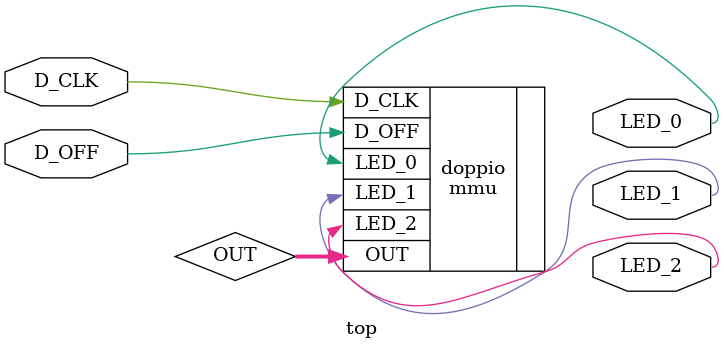
<source format=sv>
`timescale 1ns / 1ps


module top(input logic D_OFF,
           input logic D_CLK, 
           output logic LED_0,
           output logic LED_1,
           output logic LED_2
           );
           
    //Set OUT as an internal signal
    logic [0:63] OUT;
    
    mmu doppio( .D_OFF (D_OFF) ,
                .D_CLK (D_CLK) ,
                .OUT (OUT) ,
                .LED_0 (LED_0) ,
                .LED_1 (LED_1) ,
                .LED_2 (LED_2)
               );
endmodule

</source>
